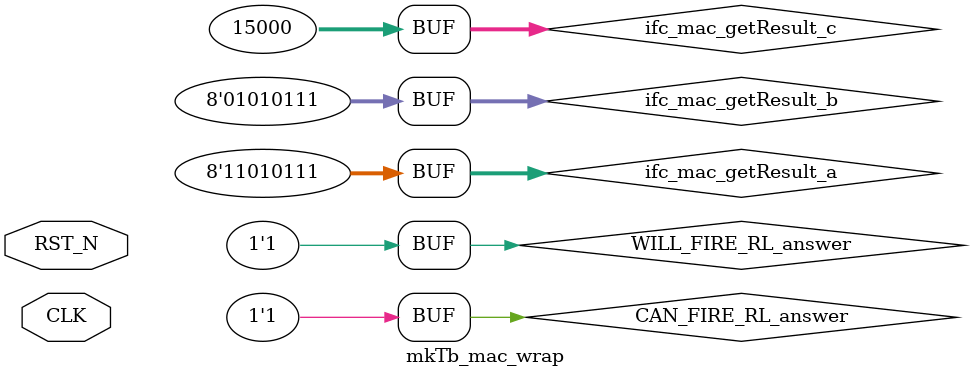
<source format=v>

`ifdef BSV_ASSIGNMENT_DELAY
`else
  `define BSV_ASSIGNMENT_DELAY
`endif

`ifdef BSV_POSITIVE_RESET
  `define BSV_RESET_VALUE 1'b1
  `define BSV_RESET_EDGE posedge
`else
  `define BSV_RESET_VALUE 1'b0
  `define BSV_RESET_EDGE negedge
`endif

module mkTb_mac_wrap(CLK,
		     RST_N);
  input  CLK;
  input  RST_N;

  // ports of submodule ifc_mac
  wire [32 : 0] ifc_mac_getResult;
  wire [31 : 0] ifc_mac_getResult_c;
  wire [7 : 0] ifc_mac_getResult_a, ifc_mac_getResult_b;

  // rule scheduling signals
  wire CAN_FIRE_RL_answer, WILL_FIRE_RL_answer;

  // submodule ifc_mac
  mac_wrap ifc_mac(.CLK(CLK),
		   .RST_N(RST_N),
		   .getResult_a(ifc_mac_getResult_a),
		   .getResult_b(ifc_mac_getResult_b),
		   .getResult_c(ifc_mac_getResult_c),
		   .getResult(ifc_mac_getResult),
		   .RDY_getResult());

  // rule RL_answer
  assign CAN_FIRE_RL_answer = 1'd1 ;
  assign WILL_FIRE_RL_answer = 1'd1 ;

  // submodule ifc_mac
  assign ifc_mac_getResult_a = 8'd215 ;
  assign ifc_mac_getResult_b = 8'd87 ;
  assign ifc_mac_getResult_c = 32'd15000 ;

  // handling of system tasks

  // synopsys translate_off
  always@(negedge CLK)
  begin
    #0;
    $display("The answer is: %0d", ifc_mac_getResult);
    $finish(32'd0);
  end
  // synopsys translate_on
endmodule  // mkTb_mac_wrap


</source>
